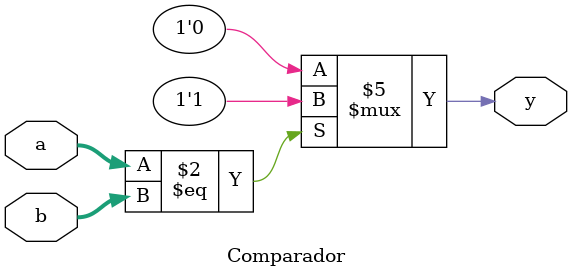
<source format=v>
`timescale 1ns / 1ps
module Comparador(a,b,y);
//-------------------------------------------Entradas-----------------------------------------//
	input [31:0] a;
	input [31:0] b;
//--------------------------------------------Salidas-----------------------------------------//
	output reg y;
//---------------------------------------------Wires------------------------------------------//
//-------------------------------------------Registros----------------------------------------//
//-----------------------------------------Inicializacion-------------------------------------//
	initial
		begin
			y = 0;
		end
//--------------------------------------Declaracion de Bloques--------------------------------//
//--------------------------------------------Logica------------------------------------------//
	always @(*)
		begin
			if (a == b)
				y <= 1;
			else
				y <= 0;
		end
endmodule

</source>
